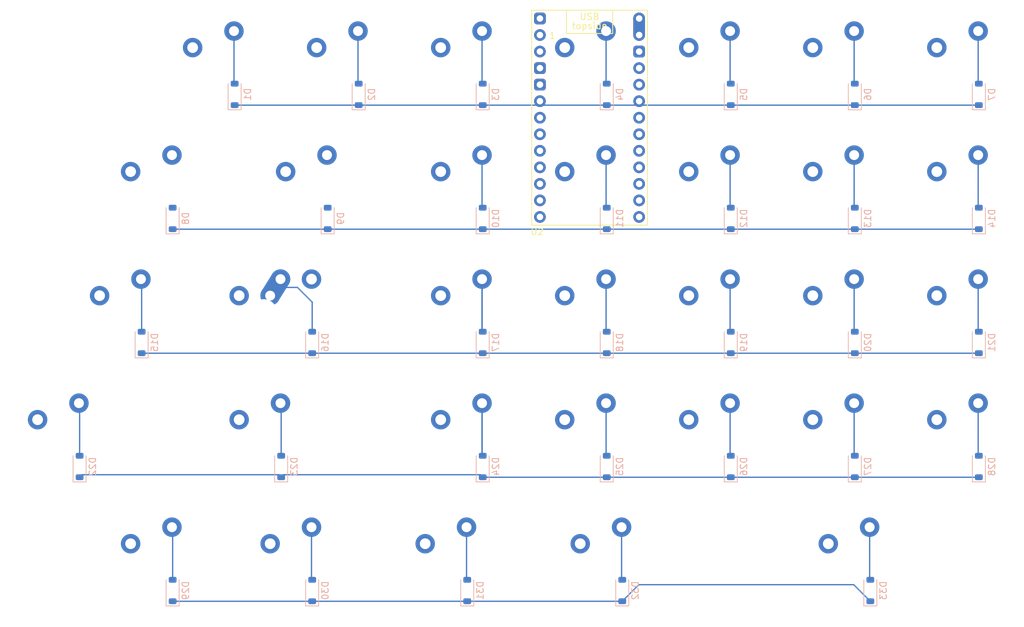
<source format=kicad_pcb>
(kicad_pcb (version 20240108) (generator "pcbnew") (generator_version "8.0")
  (layers (0 "F.Cu" signal) (31 "B.Cu" signal) (34 "B.Paste" user) (35 "F.Paste" user) (36 "B.SilkS" user "B.Silkscreen") (37 "F.SilkS" user "F.Silkscreen") (38 "B.Mask" user) (39 "F.Mask" user) (44 "Edge.Cuts" user))
  (net 0 "")
  (net 1 "Net-(D1-A)")
  (net 2 "Row 0")
  (net 3 "Net-(D2-A)")
  (net 4 "Net-(D3-A)")
  (net 5 "Net-(D4-A)")
  (net 6 "Net-(D5-A)")
  (net 7 "Net-(D6-A)")
  (net 8 "Net-(D7-A)")
  (net 9 "Net-(D8-A)")
  (net 10 "Row 1")
  (net 11 "Net-(D9-A)")
  (net 12 "Net-(D10-A)")
  (net 13 "Net-(D11-A)")
  (net 14 "Net-(D12-A)")
  (net 15 "Net-(D13-A)")
  (net 16 "Net-(D14-A)")
  (net 17 "Net-(D15-A)")
  (net 18 "Row 2")
  (net 19 "Net-(D16-A)")
  (net 20 "Net-(D17-A)")
  (net 21 "Net-(D18-A)")
  (net 22 "Net-(D19-A)")
  (net 23 "Net-(D20-A)")
  (net 24 "Net-(D21-A)")
  (net 25 "Net-(D22-A)")
  (net 26 "Row 3")
  (net 27 "Net-(D23-A)")
  (net 28 "Net-(D24-A)")
  (net 29 "Net-(D25-A)")
  (net 30 "Net-(D26-A)")
  (net 31 "Net-(D27-A)")
  (net 32 "Net-(D28-A)")
  (net 33 "Row 4")
  (net 34 "Net-(D29-A)")
  (net 35 "Net-(D30-A)")
  (net 36 "Net-(D31-A)")
  (net 37 "Net-(D32-A)")
  (net 38 "Net-(D33-A)")
  (net 39 "Col 0")
  (net 40 "Col 1")
  (net 41 "Col 2")
  (net 42 "Col 3")
  (net 43 "Col 4")
  (net 44 "Col 5")
  (net 45 "Col 6")
  (footprint "eaglevlib-mx:STAB_MX_2.75u" (layer "F.Cu") (at 64.29375 95.25)
    (property "Reference" "S23" (hide yes))
    (property "Value" "S2")
  )
  (footprint "eaglevlib-mx:SW_MX_1.25u" (layer "F.Cu") (at 116.68125 114.3)
    (property "Reference" "SW32" (hide yes))
    (property "Value" "Switch" (hide yes))
  )
  (footprint "eaglevlib-mx:STAB_MX_2.25u" (layer "F.Cu") (at 154.78125 114.3)
    (property "Reference" "S33" (hide yes))
    (property "Value" "S1")
  )
  (footprint "eaglevlib-mx:SW_MX_1u" (layer "F.Cu") (at 133.35 76.2)
    (property "Reference" "SW19" (hide yes))
    (property "Value" "Switch" (hide yes))
  )
  (footprint "eaglevlib-mx:SW_MX_1u" (layer "F.Cu") (at 171.45 57.15)
    (property "Reference" "SW14" (hide yes))
    (property "Value" "Switch" (hide yes))
  )
  (footprint "eaglevlib-mx:SW_MX_1u" (layer "F.Cu") (at 64.29375 95.25)
    (property "Reference" "SW23" (hide yes))
    (property "Value" "Switch" (hide yes))
  )
  (footprint "eaglevlib-mx:SW_MX_1u" (layer "F.Cu") (at 171.45 95.25)
    (property "Reference" "SW28" (hide yes))
    (property "Value" "Switch" (hide yes))
  )
  (footprint "eaglevlib-mx:SW_MX_1u" (layer "F.Cu") (at 114.3 57.15)
    (property "Reference" "SW11" (hide yes))
    (property "Value" "Switch" (hide yes))
  )
  (footprint "eaglevlib-mx:SW_MX_1u" (layer "F.Cu") (at 171.45 76.2)
    (property "Reference" "SW21" (hide yes))
    (property "Value" "Switch" (hide yes))
  )
  (footprint "eaglevlib-mx:SW_MX_1u" (layer "F.Cu") (at 133.35 38.1)
    (property "Reference" "SW5" (hide yes))
    (property "Value" "Switch" (hide yes))
  )
  (footprint "eaglevlib-mx:SW_MX_1u" (layer "F.Cu") (at 152.4 57.15)
    (property "Reference" "SW13" (hide yes))
    (property "Value" "Switch" (hide yes))
  )
  (footprint "eaglevlib-mx:SW_MX_1u" (layer "F.Cu") (at 95.25 95.25)
    (property "Reference" "SW24" (hide yes))
    (property "Value" "Switch" (hide yes))
  )
  (footprint "eaglevlib-mx:SW_MX_1.5u" (layer "F.Cu") (at 71.4375 57.15)
    (property "Reference" "SW9" (hide yes))
    (property "Value" "Switch" (hide yes))
  )
  (footprint "eaglevlib-mx:SW_MX_1u" (layer "F.Cu") (at 57.15 38.1)
    (property "Reference" "SW1" (hide yes))
    (property "Value" "Switch" (hide yes))
  )
  (footprint "eaglevlib-mx:SW_MX_1u" (layer "F.Cu") (at 42.8625 76.2)
    (property "Reference" "SW15" (hide yes))
    (property "Value" "Switch" (hide yes))
  )
  (footprint "eaglevlib-mx:SW_MX_1u" (layer "F.Cu") (at 152.4 76.2)
    (property "Reference" "SW20" (hide yes))
    (property "Value" "Switch" (hide yes))
  )
  (footprint "eaglevlib-mx:SW_MX_1u" (layer "F.Cu") (at 33.3375 95.25)
    (property "Reference" "SW22" (hide yes))
    (property "Value" "Switch" (hide yes))
  )
  (footprint "eaglevlib-mx:SW_MX_1u" (layer "F.Cu") (at 76.2 38.1)
    (property "Reference" "SW2" (hide yes))
    (property "Value" "Switch" (hide yes))
  )
  (footprint "eaglevlib-mx:SW_MX_1u" (layer "F.Cu") (at 95.25 57.15)
    (property "Reference" "SW10" (hide yes))
    (property "Value" "Switch" (hide yes))
  )
  (footprint "eaglevlib-mx:SW_MX_1u" (layer "F.Cu") (at 114.3 95.25)
    (property "Reference" "SW25" (hide yes))
    (property "Value" "Switch" (hide yes))
  )
  (footprint "eaglevlib-mx:SW_MX_1u" (layer "F.Cu") (at 114.3 76.2)
    (property "Reference" "SW18" (hide yes))
    (property "Value" "Switch" (hide yes))
  )
  (footprint "eaglevlib-mx:SW_MX_1u" (layer "F.Cu") (at 154.78125 114.3)
    (property "Reference" "SW33" (hide yes))
    (property "Value" "Switch" (hide yes))
  )
  (footprint "eaglevlib-mx:SW_MX_1u" (layer "F.Cu") (at 171.45 38.1)
    (property "Reference" "SW7" (hide yes))
    (property "Value" "Switch" (hide yes))
  )
  (footprint "PCM_marbastlib-xp-promicroish:nice_nano_AH_USBup" (layer "F.Cu") (at 114.3 47.6)
    (property "Reference" "U2")
    (property "Value" "nice_nano")
  )
  (footprint "eaglevlib-mx:SW_MX_CapsLock" (layer "F.Cu") (at 69.05625 76.2)
    (property "Reference" "SW16" (hide yes))
    (property "Value" "Switch" (hide yes))
  )
  (footprint "eaglevlib-mx:SW_MX_1u" (layer "F.Cu") (at 95.25 76.2)
    (property "Reference" "SW17" (hide yes))
    (property "Value" "Switch" (hide yes))
  )
  (footprint "eaglevlib-mx:SW_MX_1u" (layer "F.Cu") (at 133.35 95.25)
    (property "Reference" "SW26" (hide yes))
    (property "Value" "Switch" (hide yes))
  )
  (footprint "eaglevlib-mx:SW_MX_1u" (layer "F.Cu") (at 47.625 114.3)
    (property "Reference" "SW29" (hide yes))
    (property "Value" "Switch" (hide yes))
  )
  (footprint "eaglevlib-mx:SW_MX_1.25u" (layer "F.Cu") (at 69.05625 114.3)
    (property "Reference" "SW30" (hide yes))
    (property "Value" "Switch" (hide yes))
  )
  (footprint "eaglevlib-mx:SW_MX_1u" (layer "F.Cu") (at 152.4 38.1)
    (property "Reference" "SW6" (hide yes))
    (property "Value" "Switch" (hide yes))
  )
  (footprint "eaglevlib-mx:SW_MX_1u" (layer "F.Cu") (at 95.25 38.1)
    (property "Reference" "SW3" (hide yes))
    (property "Value" "Switch" (hide yes))
  )
  (footprint "eaglevlib-mx:SW_MX_1u" (layer "F.Cu") (at 114.3 38.1)
    (property "Reference" "SW4" (hide yes))
    (property "Value" "Switch" (hide yes))
  )
  (footprint "eaglevlib-mx:SW_MX_1u" (layer "F.Cu") (at 152.4 95.25)
    (property "Reference" "SW27" (hide yes))
    (property "Value" "Switch" (hide yes))
  )
  (footprint "eaglevlib-mx:SW_MX_1.25u" (layer "F.Cu") (at 92.86875 114.3)
    (property "Reference" "SW31" (hide yes))
    (property "Value" "Switch" (hide yes))
  )
  (footprint "eaglevlib-mx:SW_MX_1u" (layer "F.Cu") (at 47.625 57.15)
    (property "Reference" "SW8" (hide yes))
    (property "Value" "Switch" (hide yes))
  )
  (footprint "eaglevlib-mx:SW_MX_1u" (layer "F.Cu") (at 133.35 57.15)
    (property "Reference" "SW12" (hide yes))
    (property "Value" "Switch" (hide yes))
  )
  (footprint "Diode_SMD:D_SOD-123" (layer "B.Cu") (at 135.99375 61.8 90)
    (property "Reference" "D12")
    (property "Value" "Diode")
  )
  (footprint "Diode_SMD:D_SOD-123" (layer "B.Cu") (at 95.5125 118.95 90)
    (property "Reference" "D31")
    (property "Value" "Diode")
  )
  (footprint "Diode_SMD:D_SOD-123" (layer "B.Cu") (at 155.04375 61.8 90)
    (property "Reference" "D13")
    (property "Value" "Diode")
  )
  (footprint "Diode_SMD:D_SOD-123" (layer "B.Cu") (at 59.79375 42.75 90)
    (property "Reference" "D1")
    (property "Value" "Diode")
  )
  (footprint "Diode_SMD:D_SOD-123" (layer "B.Cu") (at 66.9375 99.9 90)
    (property "Reference" "D23")
    (property "Value" "Diode")
  )
  (footprint "Diode_SMD:D_SOD-123" (layer "B.Cu") (at 135.99375 80.85 90)
    (property "Reference" "D19")
    (property "Value" "Diode")
  )
  (footprint "Diode_SMD:D_SOD-123" (layer "B.Cu") (at 97.89375 80.85 90)
    (property "Reference" "D17")
    (property "Value" "Diode")
  )
  (footprint "Diode_SMD:D_SOD-123" (layer "B.Cu") (at 97.89375 99.9 90)
    (property "Reference" "D24")
    (property "Value" "Diode")
  )
  (footprint "Diode_SMD:D_SOD-123" (layer "B.Cu") (at 78.84375 42.75 90)
    (property "Reference" "D2")
    (property "Value" "Diode")
  )
  (footprint "Diode_SMD:D_SOD-123" (layer "B.Cu") (at 119.325 118.95 90)
    (property "Reference" "D32")
    (property "Value" "Diode")
  )
  (footprint "Diode_SMD:D_SOD-123" (layer "B.Cu") (at 157.425 118.95 90)
    (property "Reference" "D33")
    (property "Value" "Diode")
  )
  (footprint "Diode_SMD:D_SOD-123" (layer "B.Cu") (at 116.94375 99.9 90)
    (property "Reference" "D25")
    (property "Value" "Diode")
  )
  (footprint "Diode_SMD:D_SOD-123" (layer "B.Cu") (at 35.98125 99.9 90)
    (property "Reference" "D22")
    (property "Value" "Diode")
  )
  (footprint "Diode_SMD:D_SOD-123" (layer "B.Cu") (at 116.94375 42.75 90)
    (property "Reference" "D4")
    (property "Value" "Diode")
  )
  (footprint "Diode_SMD:D_SOD-123" (layer "B.Cu") (at 155.04375 42.75 90)
    (property "Reference" "D6")
    (property "Value" "Diode")
  )
  (footprint "Diode_SMD:D_SOD-123" (layer "B.Cu") (at 45.50625 80.85 90)
    (property "Reference" "D15")
    (property "Value" "Diode")
  )
  (footprint "Diode_SMD:D_SOD-123" (layer "B.Cu") (at 116.94375 61.8 90)
    (property "Reference" "D11")
    (property "Value" "Diode")
  )
  (footprint "Diode_SMD:D_SOD-123" (layer "B.Cu") (at 97.89375 42.75 90)
    (property "Reference" "D3")
    (property "Value" "Diode")
  )
  (footprint "Diode_SMD:D_SOD-123" (layer "B.Cu") (at 174.09375 80.85 90)
    (property "Reference" "D21")
    (property "Value" "Diode")
  )
  (footprint "Diode_SMD:D_SOD-123" (layer "B.Cu") (at 174.09375 42.75 90)
    (property "Reference" "D7")
    (property "Value" "Diode")
  )
  (footprint "Diode_SMD:D_SOD-123" (layer "B.Cu") (at 174.09375 61.8 90)
    (property "Reference" "D14")
    (property "Value" "Diode")
  )
  (footprint "Diode_SMD:D_SOD-123" (layer "B.Cu") (at 155.04375 80.85 90)
    (property "Reference" "D20")
    (property "Value" "Diode")
  )
  (footprint "Diode_SMD:D_SOD-123" (layer "B.Cu") (at 135.99375 42.75 90)
    (property "Reference" "D5")
    (property "Value" "Diode")
  )
  (footprint "Diode_SMD:D_SOD-123" (layer "B.Cu") (at 174.09375 99.9 90)
    (property "Reference" "D28")
    (property "Value" "Diode")
  )
  (footprint "Diode_SMD:D_SOD-123" (layer "B.Cu") (at 71.7 118.95 90)
    (property "Reference" "D30")
    (property "Value" "Diode")
  )
  (footprint "Diode_SMD:D_SOD-123" (layer "B.Cu") (at 71.7 80.85 90)
    (property "Reference" "D16")
    (property "Value" "Diode")
  )
  (footprint "Diode_SMD:D_SOD-123" (layer "B.Cu") (at 97.89375 61.8 90)
    (property "Reference" "D10")
    (property "Value" "Diode")
  )
  (footprint "Diode_SMD:D_SOD-123" (layer "B.Cu") (at 155.04375 99.9 90)
    (property "Reference" "D27")
    (property "Value" "Diode")
  )
  (footprint "Diode_SMD:D_SOD-123" (layer "B.Cu") (at 116.94375 80.85 90)
    (property "Reference" "D18")
    (property "Value" "Diode")
  )
  (footprint "Diode_SMD:D_SOD-123" (layer "B.Cu") (at 74.08125 61.8 90)
    (property "Reference" "D9")
    (property "Value" "Diode")
  )
  (footprint "Diode_SMD:D_SOD-123" (layer "B.Cu") (at 50.26875 61.8 90)
    (property "Reference" "D8")
    (property "Value" "Diode")
  )
  (footprint "Diode_SMD:D_SOD-123" (layer "B.Cu") (at 135.99375 99.9 90)
    (property "Reference" "D26")
    (property "Value" "Diode")
  )
  (footprint "Diode_SMD:D_SOD-123" (layer "B.Cu") (at 50.26875 118.95 90)
    (property "Reference" "D29")
    (property "Value" "Diode")
  )
  (segment (start 59.69 40.99625) (end 59.79375 41.1) (width 0.2) (layer "B.Cu") (net 1))
  (segment (start 59.69 33.02) (end 59.69 40.99625) (width 0.2) (layer "B.Cu") (net 1))
  (segment (start 59.79375 44.4) (end 174.09375 44.4) (width 0.2) (layer "B.Cu") (net 2))
  (segment (start 78.74 33.02) (end 78.74 40.99625) (width 0.2) (layer "B.Cu") (net 3))
  (segment (start 97.79 33.02) (end 97.79 40.99625) (width 0.2) (layer "B.Cu") (net 4))
  (segment (start 116.84 33.02) (end 116.84 40.99625) (width 0.2) (layer "B.Cu") (net 5))
  (segment (start 135.89 33.02) (end 135.89 40.99625) (width 0.2) (layer "B.Cu") (net 6))
  (segment (start 154.94 33.02) (end 154.94 40.99625) (width 0.2) (layer "B.Cu") (net 7))
  (segment (start 173.99 33.02) (end 173.99 40.99625) (width 0.2) (layer "B.Cu") (net 8))
  (segment (start 174.09375 63.45) (end 50.26875 63.45) (width 0.2) (layer "B.Cu") (net 10))
  (segment (start 97.79 52.07) (end 97.79 60.04625) (width 0.2) (layer "B.Cu") (net 12))
  (segment (start 116.84 52.07) (end 116.84 60.04625) (width 0.2) (layer "B.Cu") (net 13))
  (segment (start 135.89 52.07) (end 135.89 60.04625) (width 0.2) (layer "B.Cu") (net 14))
  (segment (start 154.94 52.07) (end 154.94 60.04625) (width 0.2) (layer "B.Cu") (net 15))
  (segment (start 173.99 52.07) (end 173.99 60.04625) (width 0.2) (layer "B.Cu") (net 16))
  (segment (start 45.50625 79.2) (end 45.50625 71.22375) (width 0.2) (layer "B.Cu") (net 17))
  (segment (start 45.50625 71.22375) (end 45.4025 71.12) (width 0.2) (layer "B.Cu") (net 17))
  (segment (start 45.50625 82.5) (end 174.09375 82.5) (width 0.2) (layer "B.Cu") (net 18))
  (segment (start 66.038871 72.392072) (end 69.435822 72.392072) (width 0.2) (layer "B.Cu") (net 19))
  (segment (start 71.7 74.65625) (end 71.7 79.2) (width 0.2) (layer "B.Cu") (net 19))
  (segment (start 69.435822 72.392072) (end 71.7 74.65625) (width 0.2) (layer "B.Cu") (net 19))
  (segment (start 97.79 71.12) (end 97.79 79.09625) (width 0.2) (layer "B.Cu") (net 20))
  (segment (start 97.79 71.12) (end 97.79 79.09625) (width 0.2) (layer "B.Cu") (net 20))
  (segment (start 116.84 71.12) (end 116.84 79.09625) (width 0.2) (layer "B.Cu") (net 21))
  (segment (start 135.89 71.12) (end 135.89 79.09625) (width 0.2) (layer "B.Cu") (net 22))
  (segment (start 154.94 71.12) (end 154.94 79.09625) (width 0.2) (layer "B.Cu") (net 23))
  (segment (start 173.99 71.12) (end 173.99 79.09625) (width 0.2) (layer "B.Cu") (net 24))
  (segment (start 35.98125 98.25) (end 35.98125 90.27375) (width 0.2) (layer "B.Cu") (net 25))
  (segment (start 35.98125 90.27375) (end 35.8775 90.17) (width 0.2) (layer "B.Cu") (net 25))
  (segment (start 35.98125 101.55) (end 36.37015 101.1611) (width 0.2) (layer "B.Cu") (net 26))
  (segment (start 66.9375 101.55) (end 67.3264 101.1611) (width 0.2) (layer "B.Cu") (net 26))
  (segment (start 36.37015 101.1611) (end 66.5486 101.1611) (width 0.2) (layer "B.Cu") (net 26))
  (segment (start 66.5486 101.1611) (end 66.9375 101.55) (width 0.2) (layer "B.Cu") (net 26))
  (segment (start 97.50485 101.1611) (end 97.89375 101.55) (width 0.2) (layer "B.Cu") (net 26))
  (segment (start 97.89375 101.55) (end 174.09375 101.55) (width 0.2) (layer "B.Cu") (net 26))
  (segment (start 67.3264 101.1611) (end 97.50485 101.1611) (width 0.2) (layer "B.Cu") (net 26))
  (segment (start 66.9375 98.25) (end 66.9375 90.27375) (width 0.2) (layer "B.Cu") (net 27))
  (segment (start 66.9375 90.27375) (end 66.83375 90.17) (width 0.2) (layer "B.Cu") (net 27))
  (segment (start 97.79 90.17) (end 97.79 98.14625) (width 0.2) (layer "B.Cu") (net 28))
  (segment (start 97.79 90.17) (end 97.79 98.14625) (width 0.2) (layer "B.Cu") (net 28))
  (segment (start 116.84 90.17) (end 116.84 98.14625) (width 0.2) (layer "B.Cu") (net 29))
  (segment (start 135.89 90.17) (end 135.89 98.14625) (width 0.2) (layer "B.Cu") (net 30))
  (segment (start 154.94 90.17) (end 154.94 98.14625) (width 0.2) (layer "B.Cu") (net 31))
  (segment (start 173.99 90.17) (end 173.99 98.14625) (width 0.2) (layer "B.Cu") (net 32))
  (segment (start 154.875 118.05) (end 121.875 118.05) (width 0.2) (layer "B.Cu") (net 33))
  (segment (start 157.425 120.6) (end 154.875 118.05) (width 0.2) (layer "B.Cu") (net 33))
  (segment (start 119.325 120.6) (end 50.26875 120.6) (width 0.2) (layer "B.Cu") (net 33))
  (segment (start 121.875 118.05) (end 119.325 120.6) (width 0.2) (layer "B.Cu") (net 33))
  (segment (start 50.26875 109.32375) (end 50.165 109.22) (width 0.2) (layer "B.Cu") (net 34))
  (segment (start 50.26875 117.3) (end 50.26875 109.32375) (width 0.2) (layer "B.Cu") (net 34))
  (segment (start 71.59625 117.19625) (end 71.7 117.3) (width 0.2) (layer "B.Cu") (net 35))
  (segment (start 71.59625 109.22) (end 71.59625 117.19625) (width 0.2) (layer "B.Cu") (net 35))
  (segment (start 95.40875 117.19625) (end 95.5125 117.3) (width 0.2) (layer "B.Cu") (net 36))
  (segment (start 95.40875 109.22) (end 95.40875 117.19625) (width 0.2) (layer "B.Cu") (net 36))
  (segment (start 119.22125 117.19625) (end 119.325 117.3) (width 0.2) (layer "B.Cu") (net 37))
  (segment (start 119.22125 109.22) (end 119.22125 117.19625) (width 0.2) (layer "B.Cu") (net 37))
  (segment (start 157.32125 117.19625) (end 157.425 117.3) (width 0.2) (layer "B.Cu") (net 38))
  (segment (start 157.32125 109.22) (end 157.32125 117.19625) (width 0.2) (layer "B.Cu") (net 38))
)
</source>
